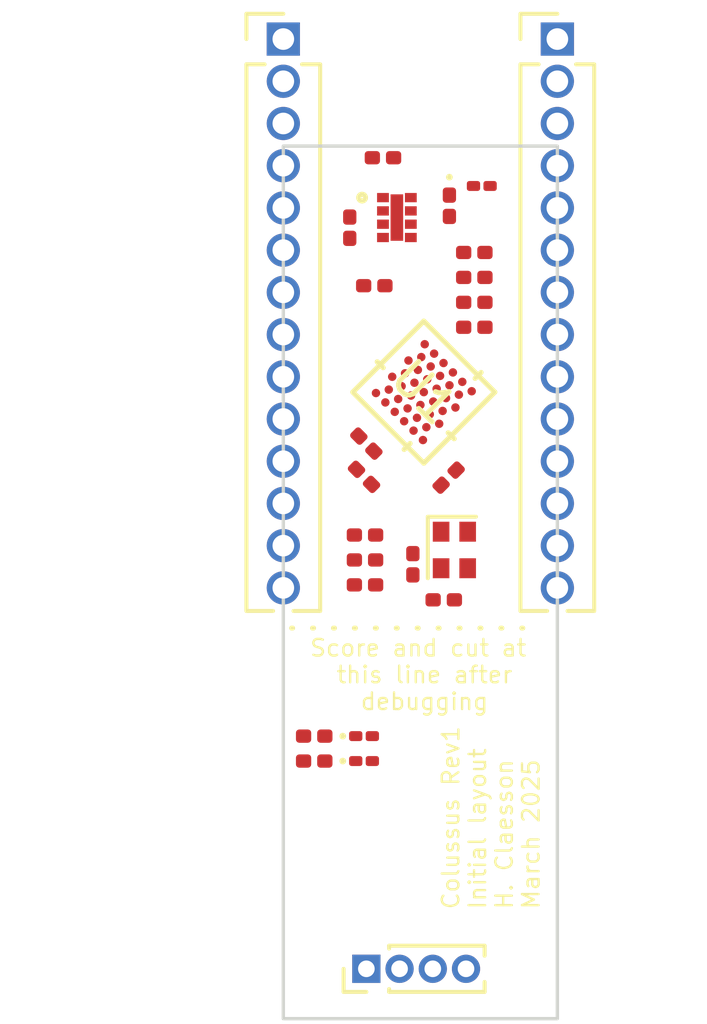
<source format=kicad_pcb>
(kicad_pcb (version 20240108) (generator "pcbnew") (generator_version "8.0")
  (layers (0 "F.Cu" signal) (31 "B.Cu" signal) (34 "B.Paste" user) (35 "F.Paste" user) (36 "B.SilkS" user "B.Silkscreen") (37 "F.SilkS" user "F.Silkscreen") (38 "B.Mask" user) (39 "F.Mask" user) (44 "Edge.Cuts" user))
  (net 0 "")
  (net 1 "GND")
  (net 2 "Net-(C1-Pad1)")
  (net 3 "Net-(C3-Pad1)")
  (net 4 "Net-(U1-PH1-OSC_OUT)")
  (net 5 "+3.3V")
  (net 6 "Net-(U1-PH0-OSC_IN)")
  (net 7 "Net-(C10-Pad1)")
  (net 8 "+5V")
  (net 9 "+3.3VA")
  (net 10 "/NRST")
  (net 11 "Net-(D1-K)")
  (net 12 "/A15")
  (net 13 "Net-(D2-K)")
  (net 14 "VBUS")
  (net 15 "/SWDCLK")
  (net 16 "/SWDIO")
  (net 17 "/C14")
  (net 18 "/B4")
  (net 19 "/B3")
  (net 20 "/C15")
  (net 21 "/A0")
  (net 22 "/SCL")
  (net 23 "/USB_DP")
  (net 24 "/A7")
  (net 25 "/SDA")
  (net 26 "/B0")
  (net 27 "/B1")
  (net 28 "/A5")
  (net 29 "/BOOT")
  (net 30 "/A6")
  (net 31 "/USB_DM")
  (net 32 "/B15")
  (net 33 "/A8")
  (footprint "Capacitor_SMD:C_0201_0603Metric" (layer "F.Cu") (at 103.9 86.830001 -90)
    (property "Reference" "C7" (hide yes))
    (property "Value" "5.6p")
    (pad "1" smd roundrect (at -0.32 0 270) (size 0.46 0.4) (layers "F.Cu" "F.Mask") (net 4 "Net-(U1-PH1-OSC_OUT)"))
    (pad "2" smd roundrect (at 0.32 0 270) (size 0.46 0.4) (layers "F.Cu" "F.Mask") (net 1 "GND"))
  )
  (footprint "Library:DFN8_1P6X1P2_STM-M" (layer "F.Cu") (at 103.4191 76.400001)
    (property "Reference" "U3" (hide yes))
    (property "Value" "LD56100DPU33R" (hide yes))
    (fp_circle (center -1.0477 -0.6) (end -0.9461 -0.6) (stroke (width 0.1524)) (fill none) (layer "F.SilkS"))
    (pad "1" smd rect (at -0.4191 -0.599999) (size 0.3556 0.2794) (layers "F.Cu" "F.Paste" "F.Mask") (net 7 "Net-(C10-Pad1)"))
    (pad "2" smd rect (at -0.4191 -0.2) (size 0.3556 0.2794) (layers "F.Cu" "F.Paste" "F.Mask") (net 7 "Net-(C10-Pad1)"))
    (pad "3" smd rect (at -0.4191 0.2) (size 0.3556 0.2794) (layers "F.Cu" "F.Paste" "F.Mask") (net 8 "+5V"))
    (pad "4" smd rect (at -0.4191 0.599999) (size 0.3556 0.2794) (layers "F.Cu" "F.Paste" "F.Mask") (net 5 "+3.3V"))
    (pad "5" smd rect (at 0.4191 0.599999) (size 0.3556 0.2794) (layers "F.Cu" "F.Paste" "F.Mask") (net 1 "GND"))
    (pad "6" smd rect (at 0.4191 0.2) (size 0.3556 0.2794) (layers "F.Cu" "F.Paste" "F.Mask") (net 8 "+5V"))
    (pad "7" smd rect (at 0.4191 -0.2) (size 0.3556 0.2794) (layers "F.Cu" "F.Paste" "F.Mask") (net 8 "+5V"))
    (pad "8" smd rect (at 0.4191 -0.599999) (size 0.3556 0.2794) (layers "F.Cu" "F.Paste" "F.Mask") (net 8 "+5V"))
    (pad "9" smd rect (at 0 0) (size 0.381 1.397) (layers "F.Cu" "F.Paste" "F.Mask") (net 1 "GND"))
  )
  (footprint "Capacitor_SMD:C_0201_0603Metric" (layer "F.Cu") (at 105.75 78.200001 180)
    (property "Reference" "C4" (hide yes))
    (property "Value" ".1u")
    (pad "1" smd roundrect (at -0.32 0 180) (size 0.46 0.4) (layers "F.Cu" "F.Mask") (net 3 "Net-(C3-Pad1)"))
    (pad "2" smd roundrect (at 0.32 0 180) (size 0.46 0.4) (layers "F.Cu" "F.Mask") (net 1 "GND"))
  )
  (footprint "LED_SMD:LED_0201_0603Metric" (layer "F.Cu") (at 105 76.045001 -90)
    (property "Reference" "FB1" (hide yes))
    (property "Value" "100R" (hide yes))
    (fp_circle (center -0.86 0) (end -0.81 0) (stroke (width 0.1)) (fill none) (layer "F.SilkS"))
    (pad "1" smd roundrect (at -0.32 0 270) (size 0.46 0.4) (layers "F.Cu" "F.Mask") (net 8 "+5V"))
    (pad "2" smd roundrect (at 0.32 0 270) (size 0.46 0.4) (layers "F.Cu" "F.Mask") (net 14 "VBUS"))
  )
  (footprint "Inductor_SMD:L_0201_0603Metric" (layer "F.Cu") (at 102.459326 85.950001)
    (property "Reference" "L1" (hide yes))
    (property "Value" "L")
    (pad "1" smd roundrect (at -0.32 0) (size 0.46 0.4) (layers "F.Cu" "F.Mask") (net 9 "+3.3VA"))
    (pad "2" smd roundrect (at 0.32 0) (size 0.46 0.4) (layers "F.Cu" "F.Mask") (net 5 "+3.3V"))
  )
  (footprint "LED_SMD:LED_0201_0603Metric" (layer "F.Cu") (at 100.93 92 180)
    (property "Reference" "D1" (hide yes))
    (property "Value" "LED")
    (fp_circle (center -0.86 0) (end -0.81 0) (stroke (width 0.1)) (fill none) (layer "F.SilkS"))
    (pad "1" smd roundrect (at -0.32 0 180) (size 0.46 0.4) (layers "F.Cu" "F.Mask") (net 11 "Net-(D1-K)"))
    (pad "2" smd roundrect (at 0.32 0 180) (size 0.46 0.4) (layers "F.Cu" "F.Mask") (net 5 "+3.3V"))
  )
  (footprint "Resistor_SMD:R_01005_0402Metric" (layer "F.Cu") (at 102.43 92)
    (property "Reference" "R1" (hide yes))
    (property "Value" "220")
    (pad "1" smd roundrect (at -0.25 0) (size 0.4 0.3) (layers "F.Cu" "F.Mask") (net 11 "Net-(D1-K)"))
    (pad "2" smd roundrect (at 0.25 0) (size 0.4 0.3) (layers "F.Cu" "F.Mask") (net 1 "GND"))
  )
  (footprint "Capacitor_SMD:C_0201_0603Metric" (layer "F.Cu") (at 102.7391 78.450001)
    (property "Reference" "C8" (hide yes))
    (property "Value" ".1u")
    (pad "1" smd roundrect (at -0.32 0) (size 0.46 0.4) (layers "F.Cu" "F.Mask") (net 5 "+3.3V"))
    (pad "2" smd roundrect (at 0.32 0) (size 0.46 0.4) (layers "F.Cu" "F.Mask") (net 1 "GND"))
  )
  (footprint "Capacitor_SMD:C_0201_0603Metric" (layer "F.Cu") (at 105.75 78.950001 180)
    (property "Reference" "C5" (hide yes))
    (property "Value" ".1u")
    (pad "1" smd roundrect (at -0.32 0 180) (size 0.46 0.4) (layers "F.Cu" "F.Mask") (net 3 "Net-(C3-Pad1)"))
    (pad "2" smd roundrect (at 0.32 0 180) (size 0.46 0.4) (layers "F.Cu" "F.Mask") (net 1 "GND"))
  )
  (footprint "Resistor_SMD:R_01005_0402Metric" (layer "F.Cu") (at 102.43 92.75)
    (property "Reference" "R2" (hide yes))
    (property "Value" "220")
    (pad "1" smd roundrect (at -0.25 0) (size 0.4 0.3) (layers "F.Cu" "F.Mask") (net 13 "Net-(D2-K)"))
    (pad "2" smd roundrect (at 0.25 0) (size 0.4 0.3) (layers "F.Cu" "F.Mask") (net 1 "GND"))
  )
  (footprint "Capacitor_SMD:C_0201_0603Metric" (layer "F.Cu") (at 102.5 83.200001 -45)
    (property "Reference" "C2" (hide yes))
    (property "Value" "1u")
    (pad "1" smd roundrect (at -0.32 0 315) (size 0.46 0.4) (layers "F.Cu" "F.Mask") (net 2 "Net-(C1-Pad1)"))
    (pad "2" smd roundrect (at 0.32 0 315) (size 0.46 0.4) (layers "F.Cu" "F.Mask") (net 1 "GND"))
  )
  (footprint "Capacitor_SMD:C_0201_0603Metric" (layer "F.Cu") (at 102.43 84.200001 -45)
    (property "Reference" "C1" (hide yes))
    (property "Value" "2.2u")
    (pad "1" smd roundrect (at -0.32 0 315) (size 0.46 0.4) (layers "F.Cu" "F.Mask") (net 2 "Net-(C1-Pad1)"))
    (pad "2" smd roundrect (at 0.32 0 315) (size 0.46 0.4) (layers "F.Cu" "F.Mask") (net 1 "GND"))
  )
  (footprint "LED_SMD:LED_0201_0603Metric" (layer "F.Cu") (at 100.93 92.75 180)
    (property "Reference" "D2" (hide yes))
    (property "Value" "LED")
    (fp_circle (center -0.86 0) (end -0.81 0) (stroke (width 0.1)) (fill none) (layer "F.SilkS"))
    (pad "1" smd roundrect (at -0.32 0 180) (size 0.46 0.4) (layers "F.Cu" "F.Mask") (net 13 "Net-(D2-K)"))
    (pad "2" smd roundrect (at 0.32 0 180) (size 0.46 0.4) (layers "F.Cu" "F.Mask") (net 12 "/A15"))
  )
  (footprint "Capacitor_SMD:C_0201_0603Metric" (layer "F.Cu") (at 102.459326 87.450001)
    (property "Reference" "C13" (hide yes))
    (property "Value" ".1u")
    (pad "1" smd roundrect (at -0.32 0) (size 0.46 0.4) (layers "F.Cu" "F.Mask") (net 9 "+3.3VA"))
    (pad "2" smd roundrect (at 0.32 0) (size 0.46 0.4) (layers "F.Cu" "F.Mask") (net 1 "GND"))
  )
  (footprint "Capacitor_SMD:C_0201_0603Metric" (layer "F.Cu") (at 105.75 77.450001 180)
    (property "Reference" "C3" (hide yes))
    (property "Value" "4.7u")
    (pad "1" smd roundrect (at -0.32 0 180) (size 0.46 0.4) (layers "F.Cu" "F.Mask") (net 3 "Net-(C3-Pad1)"))
    (pad "2" smd roundrect (at 0.32 0 180) (size 0.46 0.4) (layers "F.Cu" "F.Mask") (net 1 "GND"))
  )
  (footprint "Capacitor_SMD:C_0201_0603Metric" (layer "F.Cu") (at 102.459326 86.700001)
    (property "Reference" "C12" (hide yes))
    (property "Value" "1u")
    (pad "1" smd roundrect (at -0.32 0) (size 0.46 0.4) (layers "F.Cu" "F.Mask") (net 9 "+3.3VA"))
    (pad "2" smd roundrect (at 0.32 0) (size 0.46 0.4) (layers "F.Cu" "F.Mask") (net 1 "GND"))
  )
  (footprint "Oscillator:Oscillator_SMD_Abracon_ASCO-4Pin_1.6x1.2mm" (layer "F.Cu") (at 105.15 86.400001)
    (property "Reference" "Y1" (hide yes))
    (property "Value" "25MHz" (hide yes))
    (fp_line (start -0.8 -1) (end -0.8 0.85) (stroke (width 0.12)) (layer "F.SilkS"))
    (fp_line (start 0.65 -1) (end -0.8 -1) (stroke (width 0.12)) (layer "F.SilkS"))
    (pad "1" smd rect (at -0.4 -0.55) (size 0.5 0.6) (layers "F.Cu" "F.Paste" "F.Mask") (net 4 "Net-(U1-PH1-OSC_OUT)"))
    (pad "2" smd rect (at -0.4 0.55) (size 0.5 0.6) (layers "F.Cu" "F.Paste" "F.Mask") (net 1 "GND"))
    (pad "3" smd rect (at 0.4 0.55) (size 0.5 0.6) (layers "F.Cu" "F.Paste" "F.Mask") (net 6 "Net-(U1-PH0-OSC_IN)"))
    (pad "4" smd rect (at 0.4 -0.55) (size 0.5 0.6) (layers "F.Cu" "F.Paste" "F.Mask") (net 1 "GND"))
  )
  (footprint "Connector_PinHeader_1.00mm:PinHeader_1x04_P1.00mm_Vertical" (layer "F.Cu") (at 102.5 99 90)
    (property "Reference" "J1" (hide yes))
    (property "Value" "SWD")
    (fp_line (start -0.695 -0.685) (end 0 -0.685) (stroke (width 0.12)) (layer "F.SilkS"))
    (fp_line (start -0.695 0) (end -0.695 -0.685) (stroke (width 0.12)) (layer "F.SilkS"))
    (fp_line (start 0.695 0.685) (end 0.695 3.56) (stroke (width 0.12)) (layer "F.SilkS"))
    (fp_line (start 0.608276 0.685) (end 0.695 0.685) (stroke (width 0.12)) (layer "F.SilkS"))
    (fp_line (start -0.695 0.685) (end -0.608276 0.685) (stroke (width 0.12)) (layer "F.SilkS"))
    (fp_line (start -0.695 0.685) (end -0.695 3.56) (stroke (width 0.12)) (layer "F.SilkS"))
    (fp_line (start 0.394493 3.56) (end 0.695 3.56) (stroke (width 0.12)) (layer "F.SilkS"))
    (fp_line (start -0.695 3.56) (end -0.394493 3.56) (stroke (width 0.12)) (layer "F.SilkS"))
    (pad "1" thru_hole rect (at 0 0 90) (size 0.85 0.85) (drill 0.5) (layers "*.Cu" "*.Mask" "In1.Cu" "In2.Cu" "In3.Cu" "In4.Cu" "In5.Cu" "In6.Cu" "In7.Cu" "In8.Cu" "In9.Cu" "In10.Cu" "In11.Cu" "In12.Cu" "In13.Cu" "In14.Cu" "In15.Cu" "In16.Cu" "In17.Cu" "In18.Cu" "In19.Cu" "In20.Cu" "In21.Cu" "In22.Cu" "In23.Cu" "In24.Cu" "In25.Cu" "In26.Cu" "In27.Cu" "In28.Cu" "In29.Cu" "In30.Cu") (net 1 "GND"))
    (pad "2" thru_hole oval (at 0 1 90) (size 0.85 0.85) (drill 0.5) (layers "*.Cu" "*.Mask" "In1.Cu" "In2.Cu" "In3.Cu" "In4.Cu" "In5.Cu" "In6.Cu" "In7.Cu" "In8.Cu" "In9.Cu" "In10.Cu" "In11.Cu" "In12.Cu" "In13.Cu" "In14.Cu" "In15.Cu" "In16.Cu" "In17.Cu" "In18.Cu" "In19.Cu" "In20.Cu" "In21.Cu" "In22.Cu" "In23.Cu" "In24.Cu" "In25.Cu" "In26.Cu" "In27.Cu" "In28.Cu" "In29.Cu" "In30.Cu") (net 15 "/SWDCLK"))
    (pad "3" thru_hole oval (at 0 2 90) (size 0.85 0.85) (drill 0.5) (layers "*.Cu" "*.Mask" "In1.Cu" "In2.Cu" "In3.Cu" "In4.Cu" "In5.Cu" "In6.Cu" "In7.Cu" "In8.Cu" "In9.Cu" "In10.Cu" "In11.Cu" "In12.Cu" "In13.Cu" "In14.Cu" "In15.Cu" "In16.Cu" "In17.Cu" "In18.Cu" "In19.Cu" "In20.Cu" "In21.Cu" "In22.Cu" "In23.Cu" "In24.Cu" "In25.Cu" "In26.Cu" "In27.Cu" "In28.Cu" "In29.Cu" "In30.Cu") (net 16 "/SWDIO"))
    (pad "4" thru_hole oval (at 0 3 90) (size 0.85 0.85) (drill 0.5) (layers "*.Cu" "*.Mask" "In1.Cu" "In2.Cu" "In3.Cu" "In4.Cu" "In5.Cu" "In6.Cu" "In7.Cu" "In8.Cu" "In9.Cu" "In10.Cu" "In11.Cu" "In12.Cu" "In13.Cu" "In14.Cu" "In15.Cu" "In16.Cu" "In17.Cu" "In18.Cu" "In19.Cu" "In20.Cu" "In21.Cu" "In22.Cu" "In23.Cu" "In24.Cu" "In25.Cu" "In26.Cu" "In27.Cu" "In28.Cu" "In29.Cu" "In30.Cu") (net 14 "VBUS"))
  )
  (footprint "Capacitor_SMD:C_0201_0603Metric" (layer "F.Cu") (at 102 76.705002 90)
    (property "Reference" "C11" (hide yes))
    (property "Value" "1u")
    (pad "1" smd roundrect (at -0.32 0 90) (size 0.46 0.4) (layers "F.Cu" "F.Mask") (net 8 "+5V"))
    (pad "2" smd roundrect (at 0.32 0 90) (size 0.46 0.4) (layers "F.Cu" "F.Mask") (net 1 "GND"))
  )
  (footprint "Capacitor_SMD:C_0201_0603Metric" (layer "F.Cu") (at 104.976274 84.223727 -135)
    (property "Reference" "C14" (hide yes))
    (property "Value" "0.1u")
    (pad "1" smd roundrect (at -0.32 0 225) (size 0.46 0.4) (layers "F.Cu" "F.Mask") (net 10 "/NRST"))
    (pad "2" smd roundrect (at 0.32 0 225) (size 0.46 0.4) (layers "F.Cu" "F.Mask") (net 1 "GND"))
  )
  (footprint "Library:WLCSP39_STM" (layer "F.Cu") (at 104.230148 81.651767 -45)
    (property "Reference" "U1" (at 0 0 -45) (layer "F.SilkS"))
    (property "Value" "STM32H523HEY6TR" (hide yes))
    (fp_line (start -1.5113 1.5113) (end 1.5113 1.5113) (stroke (width 0.1524)) (layer "F.SilkS"))
    (fp_line (start -1.3843 0.345948) (end -1.6383 0.345948) (stroke (width 0.1524)) (layer "F.SilkS"))
    (fp_line (start 0.8001 1.3843) (end 0.8001 1.6383) (stroke (width 0.1524)) (layer "F.SilkS"))
    (fp_line (start -1.5113 -1.5113) (end -1.5113 1.5113) (stroke (width 0.1524)) (layer "F.SilkS"))
    (fp_line (start 1.5113 1.5113) (end 1.5113 -1.5113) (stroke (width 0.1524)) (layer "F.SilkS"))
    (fp_line (start 1.3843 0.345948) (end 1.6383 0.345948) (stroke (width 0.1524)) (layer "F.SilkS"))
    (fp_line (start 0.8001 -1.3843) (end 0.8001 -1.6383) (stroke (width 0.1524)) (layer "F.SilkS"))
    (fp_line (start 1.5113 -1.5113) (end -1.5113 -1.5113) (stroke (width 0.1524)) (layer "F.SilkS"))
    (pad "A1" smd circle (at -1 -1.038 315) (size 0.254 0.254) (layers "F.Cu" "F.Paste" "F.Mask") (net 15 "/SWDCLK"))
    (pad "A3" smd circle (at -0.6 -1.038 315) (size 0.254 0.254) (layers "F.Cu" "F.Paste" "F.Mask") (net 12 "/A15"))
    (pad "A5" smd circle (at -0.2 -1.038 315) (size 0.254 0.254) (layers "F.Cu" "F.Paste" "F.Mask") (net 19 "/B3"))
    (pad "A7" smd circle (at 0.2 -1.038 315) (size 0.254 0.254) (layers "F.Cu" "F.Paste" "F.Mask") (net 18 "/B4"))
    (pad "A9" smd circle (at 0.6 -1.038 315) (size 0.254 0.254) (layers "F.Cu" "F.Paste" "F.Mask") (net 2 "Net-(C1-Pad1)"))
    (pad "A11" smd circle (at 1 -1.038 315) (size 0.254 0.254) (layers "F.Cu" "F.Paste" "F.Mask") (net 3 "Net-(C3-Pad1)"))
    (pad "B2" smd circle (at -0.8 -0.691999 315) (size 0.254 0.254) (layers "F.Cu" "F.Paste" "F.Mask") (net 31 "/USB_DM"))
    (pad "B4" smd circle (at -0.4 -0.692 315) (size 0.254 0.254) (layers "F.Cu" "F.Paste" "F.Mask") (net 16 "/SWDIO"))
    (pad "B6" smd circle (at 0 -0.692 315) (size 0.254 0.254) (layers "F.Cu" "F.Paste" "F.Mask") (net 29 "/BOOT"))
    (pad "B8" smd circle (at 0.4 -0.692 315) (size 0.254 0.254) (layers "F.Cu" "F.Paste" "F.Mask") (net 5 "+3.3V"))
    (pad "B10" smd circle (at 0.8 -0.691999 315) (size 0.254 0.254) (layers "F.Cu" "F.Paste" "F.Mask") (net 1 "GND"))
    (pad "C1" smd circle (at -1 -0.346 315) (size 0.254 0.254) (layers "F.Cu" "F.Paste" "F.Mask") (net 23 "/USB_DP"))
    (pad "C3" smd circle (at -0.6 -0.346 315) (size 0.254 0.254) (layers "F.Cu" "F.Paste" "F.Mask") (net 25 "/SDA"))
    (pad "C5" smd circle (at -0.199999 -0.346 315) (size 0.254 0.254) (layers "F.Cu" "F.Paste" "F.Mask") (net 22 "/SCL"))
    (pad "C7" smd circle (at 0.199999 -0.346 315) (size 0.254 0.254) (layers "F.Cu" "F.Paste" "F.Mask"))
    (pad "C9" smd circle (at 0.6 -0.346 315) (size 0.254 0.254) (layers "F.Cu" "F.Paste" "F.Mask") (net 20 "/C15"))
    (pad "C11" smd circle (at 1 -0.346 315) (size 0.254 0.254) (layers "F.Cu" "F.Paste" "F.Mask") (net 17 "/C14"))
    (pad "D2" smd circle (at -0.799999 0 315) (size 0.254 0.254) (layers "F.Cu" "F.Paste" "F.Mask") (net 33 "/A8"))
    (pad "D4" smd circle (at -0.4 0 315) (size 0.254 0.254) (layers "F.Cu" "F.Paste" "F.Mask"))
    (pad "D6" smd circle (at 0 0 315) (size 0.254 0.254) (layers "F.Cu" "F.Paste" "F.Mask"))
    (pad "D8" smd circle (at 0.4 0 315) (size 0.254 0.254) (layers "F.Cu" "F.Paste" "F.Mask") (net 4 "Net-(U1-PH1-OSC_OUT)"))
    (pad "D10" smd circle (at 0.799999 0 315) (size 0.254 0.254) (layers "F.Cu" "F.Paste" "F.Mask") (net 6 "Net-(U1-PH0-OSC_IN)"))
    (pad "E1" smd circle (at -1 0.346 315) (size 0.254 0.254) (layers "F.Cu" "F.Paste" "F.Mask") (net 32 "/B15"))
    (pad "E3" smd circle (at -0.6 0.346 315) (size 0.254 0.254) (layers "F.Cu" "F.Paste" "F.Mask") (net 28 "/A5"))
    (pad "E5" smd circle (at -0.199999 0.346 315) (size 0.254 0.254) (layers "F.Cu" "F.Paste" "F.Mask"))
    (pad "E7" smd circle (at 0.199999 0.346 315) (size 0.254 0.254) (layers "F.Cu" "F.Paste" "F.Mask"))
    (pad "E9" smd circle (at 0.6 0.346 315) (size 0.254 0.254) (layers "F.Cu" "F.Paste" "F.Mask") (net 21 "/A0"))
    (pad "E11" smd circle (at 1 0.346 315) (size 0.254 0.254) (layers "F.Cu" "F.Paste" "F.Mask") (net 10 "/NRST"))
    (pad "F2" smd circle (at -0.8 0.691999 315) (size 0.254 0.254) (layers "F.Cu" "F.Paste" "F.Mask") (net 1 "GND"))
    (pad "F4" smd circle (at -0.4 0.692 315) (size 0.254 0.254) (layers "F.Cu" "F.Paste" "F.Mask") (net 30 "/A6"))
    (pad "F6" smd circle (at 0 0.692 315) (size 0.254 0.254) (layers "F.Cu" "F.Paste" "F.Mask") (net 24 "/A7"))
    (pad "F8" smd circle (at 0.4 0.692 315) (size 0.254 0.254) (layers "F.Cu" "F.Paste" "F.Mask") (net 1 "GND"))
    (pad "F10" smd circle (at 0.8 0.691999 315) (size 0.254 0.254) (layers "F.Cu" "F.Paste" "F.Mask") (net 1 "GND"))
    (pad "G1" smd circle (at -1 1.038 315) (size 0.254 0.254) (layers "F.Cu" "F.Paste" "F.Mask") (net 3 "Net-(C3-Pad1)"))
    (pad "G3" smd circle (at -0.6 1.038 315) (size 0.254 0.254) (layers "F.Cu" "F.Paste" "F.Mask") (net 2 "Net-(C1-Pad1)"))
    (pad "G5" smd circle (at -0.2 1.038 315) (size 0.254 0.254) (layers "F.Cu" "F.Paste" "F.Mask") (net 27 "/B1"))
    (pad "G7" smd circle (at 0.2 1.038 315) (size 0.254 0.254) (layers "F.Cu" "F.Paste" "F.Mask") (net 26 "/B0"))
    (pad "G9" smd circle (at 0.6 1.038 315) (size 0.254 0.254) (layers "F.Cu" "F.Paste" "F.Mask") (net 3 "Net-(C3-Pad1)"))
    (pad "G11" smd circle (at 1 1.038 315) (size 0.254 0.254) (layers "F.Cu" "F.Paste" "F.Mask") (net 9 "+3.3VA"))
  )
  (footprint "Capacitor_SMD:C_0201_0603Metric" (layer "F.Cu") (at 103 74.600001)
    (property "Reference" "C10" (hide yes))
    (property "Value" "1u" (hide yes))
    (pad "1" smd roundrect (at -0.32 0) (size 0.46 0.4) (layers "F.Cu" "F.Mask") (net 7 "Net-(C10-Pad1)"))
    (pad "2" smd roundrect (at 0.32 0) (size 0.46 0.4) (layers "F.Cu" "F.Mask") (net 1 "GND"))
  )
  (footprint "Connector_PinHeader_1.27mm:PinHeader_1x14_P1.27mm_Vertical" (layer "F.Cu") (at 100 71.03)
    (property "Reference" "J2" (hide yes))
    (property "Value" "Right Header")
    (fp_line (start -1.11 -0.76) (end 0 -0.76) (stroke (width 0.12)) (layer "F.SilkS"))
    (fp_line (start -1.11 0) (end -1.11 -0.76) (stroke (width 0.12)) (layer "F.SilkS"))
    (fp_line (start -1.11 0.76) (end -1.11 17.205) (stroke (width 0.12)) (layer "F.SilkS"))
    (fp_line (start -1.11 0.76) (end -0.563471 0.76) (stroke (width 0.12)) (layer "F.SilkS"))
    (fp_line (start -1.11 17.205) (end -0.30753 17.205) (stroke (width 0.12)) (layer "F.SilkS"))
    (fp_line (start 0.30753 17.205) (end 1.11 17.205) (stroke (width 0.12)) (layer "F.SilkS"))
    (fp_line (start 0.563471 0.76) (end 1.11 0.76) (stroke (width 0.12)) (layer "F.SilkS"))
    (fp_line (start 1.11 0.76) (end 1.11 17.205) (stroke (width 0.12)) (layer "F.SilkS"))
    (pad "1" thru_hole rect (at 0 0) (size 1 1) (drill 0.65) (layers "*.Cu" "*.Mask" "In1.Cu" "In2.Cu" "In3.Cu" "In4.Cu" "In5.Cu" "In6.Cu" "In7.Cu" "In8.Cu" "In9.Cu" "In10.Cu" "In11.Cu" "In12.Cu" "In13.Cu" "In14.Cu" "In15.Cu" "In16.Cu" "In17.Cu" "In18.Cu" "In19.Cu" "In20.Cu" "In21.Cu" "In22.Cu" "In23.Cu" "In24.Cu" "In25.Cu" "In26.Cu" "In27.Cu" "In28.Cu" "In29.Cu" "In30.Cu") (net 1 "GND"))
    (pad "2" thru_hole oval (at 0 1.27) (size 1 1) (drill 0.65) (layers "*.Cu" "*.Mask" "In1.Cu" "In2.Cu" "In3.Cu" "In4.Cu" "In5.Cu" "In6.Cu" "In7.Cu" "In8.Cu" "In9.Cu" "In10.Cu" "In11.Cu" "In12.Cu" "In13.Cu" "In14.Cu" "In15.Cu" "In16.Cu" "In17.Cu" "In18.Cu" "In19.Cu" "In20.Cu" "In21.Cu" "In22.Cu" "In23.Cu" "In24.Cu" "In25.Cu" "In26.Cu" "In27.Cu" "In28.Cu" "In29.Cu" "In30.Cu") (net 1 "GND"))
    (pad "3" thru_hole oval (at 0 2.54) (size 1 1) (drill 0.65) (layers "*.Cu" "*.Mask" "In1.Cu" "In2.Cu" "In3.Cu" "In4.Cu" "In5.Cu" "In6.Cu" "In7.Cu" "In8.Cu" "In9.Cu" "In10.Cu" "In11.Cu" "In12.Cu" "In13.Cu" "In14.Cu" "In15.Cu" "In16.Cu" "In17.Cu" "In18.Cu" "In19.Cu" "In20.Cu" "In21.Cu" "In22.Cu" "In23.Cu" "In24.Cu" "In25.Cu" "In26.Cu" "In27.Cu" "In28.Cu" "In29.Cu" "In30.Cu") (net 14 "VBUS"))
    (pad "4" thru_hole oval (at 0 3.81) (size 1 1) (drill 0.65) (layers "*.Cu" "*.Mask" "In1.Cu" "In2.Cu" "In3.Cu" "In4.Cu" "In5.Cu" "In6.Cu" "In7.Cu" "In8.Cu" "In9.Cu" "In10.Cu" "In11.Cu" "In12.Cu" "In13.Cu" "In14.Cu" "In15.Cu" "In16.Cu" "In17.Cu" "In18.Cu" "In19.Cu" "In20.Cu" "In21.Cu" "In22.Cu" "In23.Cu" "In24.Cu" "In25.Cu" "In26.Cu" "In27.Cu" "In28.Cu" "In29.Cu" "In30.Cu") (net 14 "VBUS"))
    (pad "5" thru_hole oval (at 0 5.08) (size 1 1) (drill 0.65) (layers "*.Cu" "*.Mask" "In1.Cu" "In2.Cu" "In3.Cu" "In4.Cu" "In5.Cu" "In6.Cu" "In7.Cu" "In8.Cu" "In9.Cu" "In10.Cu" "In11.Cu" "In12.Cu" "In13.Cu" "In14.Cu" "In15.Cu" "In16.Cu" "In17.Cu" "In18.Cu" "In19.Cu" "In20.Cu" "In21.Cu" "In22.Cu" "In23.Cu" "In24.Cu" "In25.Cu" "In26.Cu" "In27.Cu" "In28.Cu" "In29.Cu" "In30.Cu") (net 5 "+3.3V"))
    (pad "6" thru_hole oval (at 0 6.35) (size 1 1) (drill 0.65) (layers "*.Cu" "*.Mask" "In1.Cu" "In2.Cu" "In3.Cu" "In4.Cu" "In5.Cu" "In6.Cu" "In7.Cu" "In8.Cu" "In9.Cu" "In10.Cu" "In11.Cu" "In12.Cu" "In13.Cu" "In14.Cu" "In15.Cu" "In16.Cu" "In17.Cu" "In18.Cu" "In19.Cu" "In20.Cu" "In21.Cu" "In22.Cu" "In23.Cu" "In24.Cu" "In25.Cu" "In26.Cu" "In27.Cu" "In28.Cu" "In29.Cu" "In30.Cu") (net 5 "+3.3V"))
    (pad "7" thru_hole oval (at 0 7.62) (size 1 1) (drill 0.65) (layers "*.Cu" "*.Mask" "In1.Cu" "In2.Cu" "In3.Cu" "In4.Cu" "In5.Cu" "In6.Cu" "In7.Cu" "In8.Cu" "In9.Cu" "In10.Cu" "In11.Cu" "In12.Cu" "In13.Cu" "In14.Cu" "In15.Cu" "In16.Cu" "In17.Cu" "In18.Cu" "In19.Cu" "In20.Cu" "In21.Cu" "In22.Cu" "In23.Cu" "In24.Cu" "In25.Cu" "In26.Cu" "In27.Cu" "In28.Cu" "In29.Cu" "In30.Cu") (net 21 "/A0"))
    (pad "8" thru_hole oval (at 0 8.89) (size 1 1) (drill 0.65) (layers "*.Cu" "*.Mask" "In1.Cu" "In2.Cu" "In3.Cu" "In4.Cu" "In5.Cu" "In6.Cu" "In7.Cu" "In8.Cu" "In9.Cu" "In10.Cu" "In11.Cu" "In12.Cu" "In13.Cu" "In14.Cu" "In15.Cu" "In16.Cu" "In17.Cu" "In18.Cu" "In19.Cu" "In20.Cu" "In21.Cu" "In22.Cu" "In23.Cu" "In24.Cu" "In25.Cu" "In26.Cu" "In27.Cu" "In28.Cu" "In29.Cu" "In30.Cu") (net 10 "/NRST"))
    (pad "9" thru_hole oval (at 0 10.16) (size 1 1) (drill 0.65) (layers "*.Cu" "*.Mask" "In1.Cu" "In2.Cu" "In3.Cu" "In4.Cu" "In5.Cu" "In6.Cu" "In7.Cu" "In8.Cu" "In9.Cu" "In10.Cu" "In11.Cu" "In12.Cu" "In13.Cu" "In14.Cu" "In15.Cu" "In16.Cu" "In17.Cu" "In18.Cu" "In19.Cu" "In20.Cu" "In21.Cu" "In22.Cu" "In23.Cu" "In24.Cu" "In25.Cu" "In26.Cu" "In27.Cu" "In28.Cu" "In29.Cu" "In30.Cu") (net 9 "+3.3VA"))
    (pad "10" thru_hole oval (at 0 11.43) (size 1 1) (drill 0.65) (layers "*.Cu" "*.Mask" "In1.Cu" "In2.Cu" "In3.Cu" "In4.Cu" "In5.Cu" "In6.Cu" "In7.Cu" "In8.Cu" "In9.Cu" "In10.Cu" "In11.Cu" "In12.Cu" "In13.Cu" "In14.Cu" "In15.Cu" "In16.Cu" "In17.Cu" "In18.Cu" "In19.Cu" "In20.Cu" "In21.Cu" "In22.Cu" "In23.Cu" "In24.Cu" "In25.Cu" "In26.Cu" "In27.Cu" "In28.Cu" "In29.Cu" "In30.Cu") (net 20 "/C15"))
    (pad "11" thru_hole oval (at 0 12.7) (size 1 1) (drill 0.65) (layers "*.Cu" "*.Mask" "In1.Cu" "In2.Cu" "In3.Cu" "In4.Cu" "In5.Cu" "In6.Cu" "In7.Cu" "In8.Cu" "In9.Cu" "In10.Cu" "In11.Cu" "In12.Cu" "In13.Cu" "In14.Cu" "In15.Cu" "In16.Cu" "In17.Cu" "In18.Cu" "In19.Cu" "In20.Cu" "In21.Cu" "In22.Cu" "In23.Cu" "In24.Cu" "In25.Cu" "In26.Cu" "In27.Cu" "In28.Cu" "In29.Cu" "In30.Cu") (net 17 "/C14"))
    (pad "12" thru_hole oval (at 0 13.97) (size 1 1) (drill 0.65) (layers "*.Cu" "*.Mask" "In1.Cu" "In2.Cu" "In3.Cu" "In4.Cu" "In5.Cu" "In6.Cu" "In7.Cu" "In8.Cu" "In9.Cu" "In10.Cu" "In11.Cu" "In12.Cu" "In13.Cu" "In14.Cu" "In15.Cu" "In16.Cu" "In17.Cu" "In18.Cu" "In19.Cu" "In20.Cu" "In21.Cu" "In22.Cu" "In23.Cu" "In24.Cu" "In25.Cu" "In26.Cu" "In27.Cu" "In28.Cu" "In29.Cu" "In30.Cu") (net 18 "/B4"))
    (pad "13" thru_hole oval (at 0 15.24) (size 1 1) (drill 0.65) (layers "*.Cu" "*.Mask" "In1.Cu" "In2.Cu" "In3.Cu" "In4.Cu" "In5.Cu" "In6.Cu" "In7.Cu" "In8.Cu" "In9.Cu" "In10.Cu" "In11.Cu" "In12.Cu" "In13.Cu" "In14.Cu" "In15.Cu" "In16.Cu" "In17.Cu" "In18.Cu" "In19.Cu" "In20.Cu" "In21.Cu" "In22.Cu" "In23.Cu" "In24.Cu" "In25.Cu" "In26.Cu" "In27.Cu" "In28.Cu" "In29.Cu" "In30.Cu") (net 19 "/B3"))
    (pad "14" thru_hole oval (at 0 16.51) (size 1 1) (drill 0.65) (layers "*.Cu" "*.Mask" "In1.Cu" "In2.Cu" "In3.Cu" "In4.Cu" "In5.Cu" "In6.Cu" "In7.Cu" "In8.Cu" "In9.Cu" "In10.Cu" "In11.Cu" "In12.Cu" "In13.Cu" "In14.Cu" "In15.Cu" "In16.Cu" "In17.Cu" "In18.Cu" "In19.Cu" "In20.Cu" "In21.Cu" "In22.Cu" "In23.Cu" "In24.Cu" "In25.Cu" "In26.Cu" "In27.Cu" "In28.Cu" "In29.Cu" "In30.Cu") (net 12 "/A15"))
  )
  (footprint "Capacitor_SMD:C_0201_0603Metric" (layer "F.Cu") (at 104.83 87.900001 180)
    (property "Reference" "C9" (hide yes))
    (property "Value" "5.6p")
    (pad "1" smd roundrect (at -0.32 0 180) (size 0.46 0.4) (layers "F.Cu" "F.Mask") (net 6 "Net-(U1-PH0-OSC_IN)"))
    (pad "2" smd roundrect (at 0.32 0 180) (size 0.46 0.4) (layers "F.Cu" "F.Mask") (net 1 "GND"))
  )
  (footprint "Resistor_SMD:R_01005_0402Metric" (layer "F.Cu") (at 105.975 75.450001)
    (property "Reference" "R8" (hide yes))
    (property "Value" "10k")
    (pad "1" smd roundrect (at -0.25 0) (size 0.4 0.3) (layers "F.Cu" "F.Mask") (net 29 "/BOOT"))
    (pad "2" smd roundrect (at 0.25 0) (size 0.4 0.3) (layers "F.Cu" "F.Mask") (net 1 "GND"))
  )
  (footprint "Connector_PinHeader_1.27mm:PinHeader_1x14_P1.27mm_Vertical" (layer "F.Cu") (at 108.25 71.03)
    (property "Reference" "J3" (hide yes))
    (property "Value" "Left Header")
    (fp_line (start -1.11 -0.76) (end 0 -0.76) (stroke (width 0.12)) (layer "F.SilkS"))
    (fp_line (start -1.11 0) (end -1.11 -0.76) (stroke (width 0.12)) (layer "F.SilkS"))
    (fp_line (start -1.11 0.76) (end -1.11 17.205) (stroke (width 0.12)) (layer "F.SilkS"))
    (fp_line (start -1.11 0.76) (end -0.563471 0.76) (stroke (width 0.12)) (layer "F.SilkS"))
    (fp_line (start -1.11 17.205) (end -0.30753 17.205) (stroke (width 0.12)) (layer "F.SilkS"))
    (fp_line (start 0.30753 17.205) (end 1.11 17.205) (stroke (width 0.12)) (layer "F.SilkS"))
    (fp_line (start 0.563471 0.76) (end 1.11 0.76) (stroke (width 0.12)) (layer "F.SilkS"))
    (fp_line (start 1.11 0.76) (end 1.11 17.205) (stroke (width 0.12)) (layer "F.SilkS"))
    (pad "1" thru_hole rect (at 0 0) (size 1 1) (drill 0.65) (layers "*.Cu" "*.Mask" "In1.Cu" "In2.Cu" "In3.Cu" "In4.Cu" "In5.Cu" "In6.Cu" "In7.Cu" "In8.Cu" "In9.Cu" "In10.Cu" "In11.Cu" "In12.Cu" "In13.Cu" "In14.Cu" "In15.Cu" "In16.Cu" "In17.Cu" "In18.Cu" "In19.Cu" "In20.Cu" "In21.Cu" "In22.Cu" "In23.Cu" "In24.Cu" "In25.Cu" "In26.Cu" "In27.Cu" "In28.Cu" "In29.Cu" "In30.Cu") (net 29 "/BOOT"))
    (pad "2" thru_hole oval (at 0 1.27) (size 1 1) (drill 0.65) (layers "*.Cu" "*.Mask" "In1.Cu" "In2.Cu" "In3.Cu" "In4.Cu" "In5.Cu" "In6.Cu" "In7.Cu" "In8.Cu" "In9.Cu" "In10.Cu" "In11.Cu" "In12.Cu" "In13.Cu" "In14.Cu" "In15.Cu" "In16.Cu" "In17.Cu" "In18.Cu" "In19.Cu" "In20.Cu" "In21.Cu" "In22.Cu" "In23.Cu" "In24.Cu" "In25.Cu" "In26.Cu" "In27.Cu" "In28.Cu" "In29.Cu" "In30.Cu") (net 23 "/USB_DP"))
    (pad "3" thru_hole oval (at 0 2.54) (size 1 1) (drill 0.65) (layers "*.Cu" "*.Mask" "In1.Cu" "In2.Cu" "In3.Cu" "In4.Cu" "In5.Cu" "In6.Cu" "In7.Cu" "In8.Cu" "In9.Cu" "In10.Cu" "In11.Cu" "In12.Cu" "In13.Cu" "In14.Cu" "In15.Cu" "In16.Cu" "In17.Cu" "In18.Cu" "In19.Cu" "In20.Cu" "In21.Cu" "In22.Cu" "In23.Cu" "In24.Cu" "In25.Cu" "In26.Cu" "In27.Cu" "In28.Cu" "In29.Cu" "In30.Cu") (net 31 "/USB_DM"))
    (pad "4" thru_hole oval (at 0 3.81) (size 1 1) (drill 0.65) (layers "*.Cu" "*.Mask" "In1.Cu" "In2.Cu" "In3.Cu" "In4.Cu" "In5.Cu" "In6.Cu" "In7.Cu" "In8.Cu" "In9.Cu" "In10.Cu" "In11.Cu" "In12.Cu" "In13.Cu" "In14.Cu" "In15.Cu" "In16.Cu" "In17.Cu" "In18.Cu" "In19.Cu" "In20.Cu" "In21.Cu" "In22.Cu" "In23.Cu" "In24.Cu" "In25.Cu" "In26.Cu" "In27.Cu" "In28.Cu" "In29.Cu" "In30.Cu") (net 33 "/A8"))
    (pad "5" thru_hole oval (at 0 5.08) (size 1 1) (drill 0.65) (layers "*.Cu" "*.Mask" "In1.Cu" "In2.Cu" "In3.Cu" "In4.Cu" "In5.Cu" "In6.Cu" "In7.Cu" "In8.Cu" "In9.Cu" "In10.Cu" "In11.Cu" "In12.Cu" "In13.Cu" "In14.Cu" "In15.Cu" "In16.Cu" "In17.Cu" "In18.Cu" "In19.Cu" "In20.Cu" "In21.Cu" "In22.Cu" "In23.Cu" "In24.Cu" "In25.Cu" "In26.Cu" "In27.Cu" "In28.Cu" "In29.Cu" "In30.Cu") (net 25 "/SDA"))
    (pad "6" thru_hole oval (at 0 6.35) (size 1 1) (drill 0.65) (layers "*.Cu" "*.Mask" "In1.Cu" "In2.Cu" "In3.Cu" "In4.Cu" "In5.Cu" "In6.Cu" "In7.Cu" "In8.Cu" "In9.Cu" "In10.Cu" "In11.Cu" "In12.Cu" "In13.Cu" "In14.Cu" "In15.Cu" "In16.Cu" "In17.Cu" "In18.Cu" "In19.Cu" "In20.Cu" "In21.Cu" "In22.Cu" "In23.Cu" "In24.Cu" "In25.Cu" "In26.Cu" "In27.Cu" "In28.Cu" "In29.Cu" "In30.Cu") (net 22 "/SCL"))
    (pad "7" thru_hole oval (at 0 7.62) (size 1 1) (drill 0.65) (layers "*.Cu" "*.Mask" "In1.Cu" "In2.Cu" "In3.Cu" "In4.Cu" "In5.Cu" "In6.Cu" "In7.Cu" "In8.Cu" "In9.Cu" "In10.Cu" "In11.Cu" "In12.Cu" "In13.Cu" "In14.Cu" "In15.Cu" "In16.Cu" "In17.Cu" "In18.Cu" "In19.Cu" "In20.Cu" "In21.Cu" "In22.Cu" "In23.Cu" "In24.Cu" "In25.Cu" "In26.Cu" "In27.Cu" "In28.Cu" "In29.Cu" "In30.Cu") (net 32 "/B15"))
    (pad "8" thru_hole oval (at 0 8.89) (size 1 1) (drill 0.65) (layers "*.Cu" "*.Mask" "In1.Cu" "In2.Cu" "In3.Cu" "In4.Cu" "In5.Cu" "In6.Cu" "In7.Cu" "In8.Cu" "In9.Cu" "In10.Cu" "In11.Cu" "In12.Cu" "In13.Cu" "In14.Cu" "In15.Cu" "In16.Cu" "In17.Cu" "In18.Cu" "In19.Cu" "In20.Cu" "In21.Cu" "In22.Cu" "In23.Cu" "In24.Cu" "In25.Cu" "In26.Cu" "In27.Cu" "In28.Cu" "In29.Cu" "In30.Cu") (net 28 "/A5"))
    (pad "9" thru_hole oval (at 0 10.16) (size 1 1) (drill 0.65) (layers "*.Cu" "*.Mask" "In1.Cu" "In2.Cu" "In3.Cu" "In4.Cu" "In5.Cu" "In6.Cu" "In7.Cu" "In8.Cu" "In9.Cu" "In10.Cu" "In11.Cu" "In12.Cu" "In13.Cu" "In14.Cu" "In15.Cu" "In16.Cu" "In17.Cu" "In18.Cu" "In19.Cu" "In20.Cu" "In21.Cu" "In22.Cu" "In23.Cu" "In24.Cu" "In25.Cu" "In26.Cu" "In27.Cu" "In28.Cu" "In29.Cu" "In30.Cu") (net 30 "/A6"))
    (pad "10" thru_hole oval (at 0 11.43) (size 1 1) (drill 0.65) (layers "*.Cu" "*.Mask" "In1.Cu" "In2.Cu" "In3.Cu" "In4.Cu" "In5.Cu" "In6.Cu" "In7.Cu" "In8.Cu" "In9.Cu" "In10.Cu" "In11.Cu" "In12.Cu" "In13.Cu" "In14.Cu" "In15.Cu" "In16.Cu" "In17.Cu" "In18.Cu" "In19.Cu" "In20.Cu" "In21.Cu" "In22.Cu" "In23.Cu" "In24.Cu" "In25.Cu" "In26.Cu" "In27.Cu" "In28.Cu" "In29.Cu" "In30.Cu") (net 24 "/A7"))
    (pad "11" thru_hole oval (at 0 12.7) (size 1 1) (drill 0.65) (layers "*.Cu" "*.Mask" "In1.Cu" "In2.Cu" "In3.Cu" "In4.Cu" "In5.Cu" "In6.Cu" "In7.Cu" "In8.Cu" "In9.Cu" "In10.Cu" "In11.Cu" "In12.Cu" "In13.Cu" "In14.Cu" "In15.Cu" "In16.Cu" "In17.Cu" "In18.Cu" "In19.Cu" "In20.Cu" "In21.Cu" "In22.Cu" "In23.Cu" "In24.Cu" "In25.Cu" "In26.Cu" "In27.Cu" "In28.Cu" "In29.Cu" "In30.Cu") (net 27 "/B1"))
    (pad "12" thru_hole oval (at 0 13.97) (size 1 1) (drill 0.65) (layers "*.Cu" "*.Mask" "In1.Cu" "In2.Cu" "In3.Cu" "In4.Cu" "In5.Cu" "In6.Cu" "In7.Cu" "In8.Cu" "In9.Cu" "In10.Cu" "In11.Cu" "In12.Cu" "In13.Cu" "In14.Cu" "In15.Cu" "In16.Cu" "In17.Cu" "In18.Cu" "In19.Cu" "In20.Cu" "In21.Cu" "In22.Cu" "In23.Cu" "In24.Cu" "In25.Cu" "In26.Cu" "In27.Cu" "In28.Cu" "In29.Cu" "In30.Cu") (net 26 "/B0"))
    (pad "13" thru_hole oval (at 0 15.24) (size 1 1) (drill 0.65) (layers "*.Cu" "*.Mask" "In1.Cu" "In2.Cu" "In3.Cu" "In4.Cu" "In5.Cu" "In6.Cu" "In7.Cu" "In8.Cu" "In9.Cu" "In10.Cu" "In11.Cu" "In12.Cu" "In13.Cu" "In14.Cu" "In15.Cu" "In16.Cu" "In17.Cu" "In18.Cu" "In19.Cu" "In20.Cu" "In21.Cu" "In22.Cu" "In23.Cu" "In24.Cu" "In25.Cu" "In26.Cu" "In27.Cu" "In28.Cu" "In29.Cu" "In30.Cu") (net 16 "/SWDIO"))
    (pad "14" thru_hole oval (at 0 16.51) (size 1 1) (drill 0.65) (layers "*.Cu" "*.Mask" "In1.Cu" "In2.Cu" "In3.Cu" "In4.Cu" "In5.Cu" "In6.Cu" "In7.Cu" "In8.Cu" "In9.Cu" "In10.Cu" "In11.Cu" "In12.Cu" "In13.Cu" "In14.Cu" "In15.Cu" "In16.Cu" "In17.Cu" "In18.Cu" "In19.Cu" "In20.Cu" "In21.Cu" "In22.Cu" "In23.Cu" "In24.Cu" "In25.Cu" "In26.Cu" "In27.Cu" "In28.Cu" "In29.Cu" "In30.Cu") (net 15 "/SWDCLK"))
  )
  (footprint "Capacitor_SMD:C_0201_0603Metric" (layer "F.Cu") (at 105.75 79.700001 180)
    (property "Reference" "C6" (hide yes))
    (property "Value" ".1u")
    (pad "1" smd roundrect (at -0.32 0 180) (size 0.46 0.4) (layers "F.Cu" "F.Mask") (net 3 "Net-(C3-Pad1)"))
    (pad "2" smd roundrect (at 0.32 0 180) (size 0.46 0.4) (layers "F.Cu" "F.Mask") (net 1 "GND"))
  )
  (gr_line (start 100.25 88.75) (end 107.75 88.75) (stroke (width 0.15) (type dot)) (layer "F.SilkS"))
  (gr_rect (start 100 74.25) (end 108.25 100.5) (stroke (width 0.1)) (fill none) (layer "Edge.Cuts"))
  (gr_text "Colussus Rev1\nInitial layout\nH. Claesson\nMarch 2025" (at 107.75 97.25 90) (layer "F.SilkS") (effects (font (size 0.5 0.5) (thickness 0.07)) (justify left bottom)))
  (gr_text "Score and cut at \nthis line after\ndebugging" (at 104.25 91.25 0) (layer "F.SilkS") (effects (font (size 0.5 0.5) (thickness 0.07)) (justify bottom)))
)
</source>
